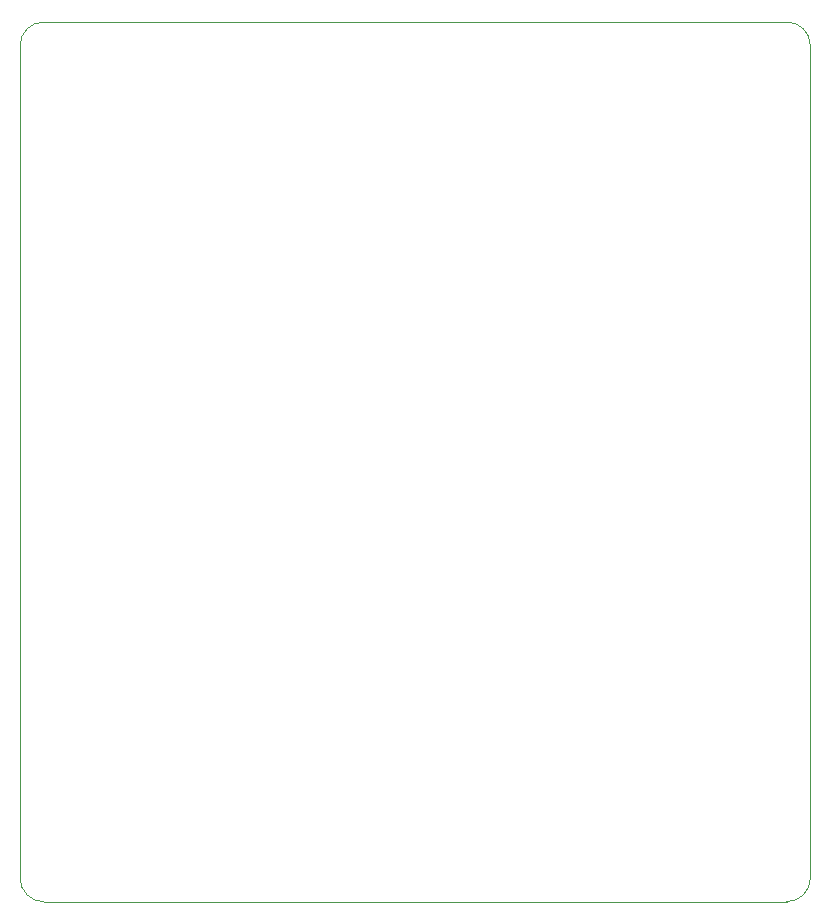
<source format=gbr>
%TF.GenerationSoftware,KiCad,Pcbnew,7.0.9*%
%TF.CreationDate,2024-01-30T21:05:40+01:00*%
%TF.ProjectId,DeskHop_Rev1,4465736b-486f-4705-9f52-6576312e6b69,rev?*%
%TF.SameCoordinates,Original*%
%TF.FileFunction,Profile,NP*%
%FSLAX46Y46*%
G04 Gerber Fmt 4.6, Leading zero omitted, Abs format (unit mm)*
G04 Created by KiCad (PCBNEW 7.0.9) date 2024-01-30 21:05:40*
%MOMM*%
%LPD*%
G01*
G04 APERTURE LIST*
%TA.AperFunction,Profile*%
%ADD10C,0.050000*%
%TD*%
G04 APERTURE END LIST*
D10*
X33773425Y-113566375D02*
G75*
G03*
X35773403Y-115566375I1999975J-25D01*
G01*
X35773403Y-41085103D02*
G75*
G03*
X33773403Y-43085124I-3J-1999997D01*
G01*
X98689573Y-115566373D02*
G75*
G03*
X100689573Y-113566375I27J1999973D01*
G01*
X98689573Y-115566375D02*
X35773403Y-115566375D01*
X100689576Y-43085124D02*
G75*
G03*
X98689573Y-41085124I-1999976J24D01*
G01*
X33773403Y-113566375D02*
X33773403Y-43085124D01*
X35773403Y-41085124D02*
X98689573Y-41085124D01*
X100689573Y-43085124D02*
X100689573Y-113566375D01*
M02*

</source>
